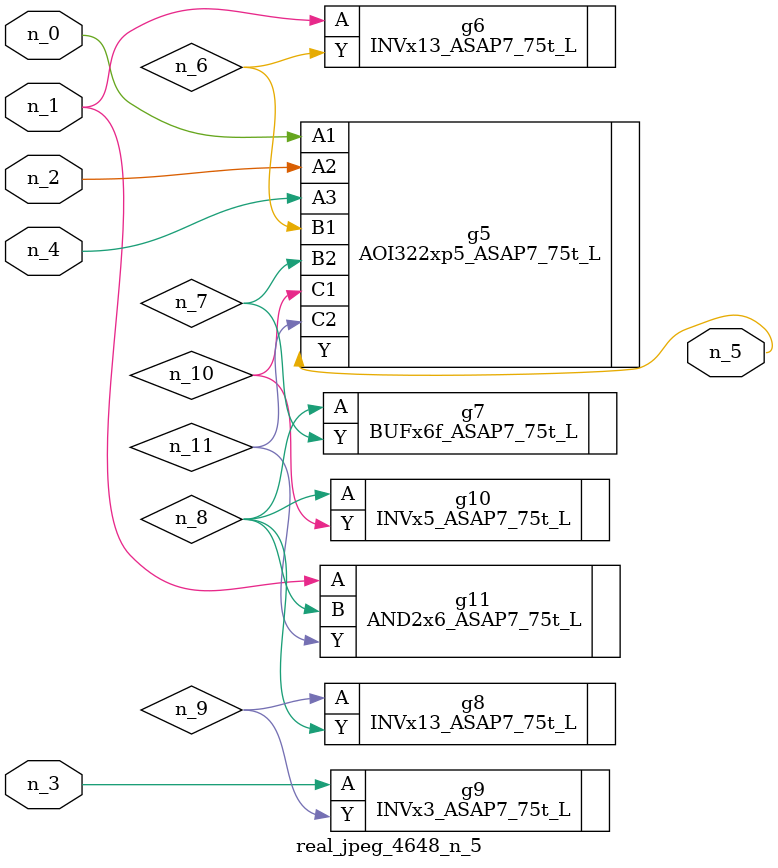
<source format=v>
module real_jpeg_4648_n_5 (n_4, n_0, n_1, n_2, n_3, n_5);

input n_4;
input n_0;
input n_1;
input n_2;
input n_3;

output n_5;

wire n_8;
wire n_11;
wire n_6;
wire n_7;
wire n_10;
wire n_9;

AOI322xp5_ASAP7_75t_L g5 ( 
.A1(n_0),
.A2(n_2),
.A3(n_4),
.B1(n_6),
.B2(n_7),
.C1(n_10),
.C2(n_11),
.Y(n_5)
);

INVx13_ASAP7_75t_L g6 ( 
.A(n_1),
.Y(n_6)
);

AND2x6_ASAP7_75t_L g11 ( 
.A(n_1),
.B(n_8),
.Y(n_11)
);

INVx3_ASAP7_75t_L g9 ( 
.A(n_3),
.Y(n_9)
);

BUFx6f_ASAP7_75t_L g7 ( 
.A(n_8),
.Y(n_7)
);

INVx5_ASAP7_75t_L g10 ( 
.A(n_8),
.Y(n_10)
);

INVx13_ASAP7_75t_L g8 ( 
.A(n_9),
.Y(n_8)
);


endmodule
</source>
